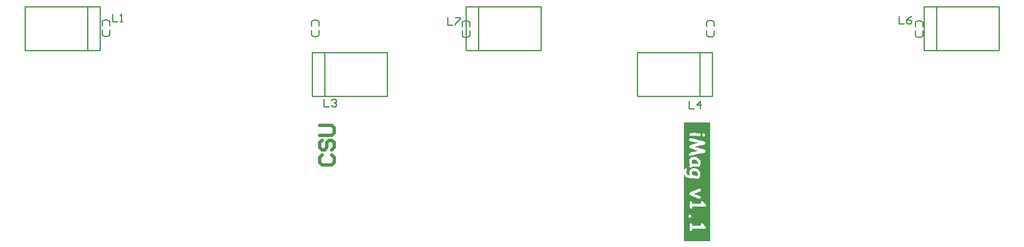
<source format=gto>
G04*
G04 #@! TF.GenerationSoftware,Altium Limited,Altium Designer,20.1.11 (218)*
G04*
G04 Layer_Color=65535*
%FSLAX25Y25*%
%MOIN*%
G70*
G04*
G04 #@! TF.SameCoordinates,67DEA893-D948-4B9D-9317-8289C47B3BC5*
G04*
G04*
G04 #@! TF.FilePolarity,Positive*
G04*
G01*
G75*
%ADD10C,0.01000*%
%ADD11C,0.02600*%
G36*
X158500Y-184000D02*
X137500D01*
Y-89000D01*
X158500D01*
Y-184000D01*
D02*
G37*
%LPC*%
G36*
X146532Y-97507D02*
X145592D01*
X145111Y-97529D01*
X144870D01*
X144695D01*
X144564D01*
X144542D01*
X144520D01*
X144149D01*
X143842Y-97551D01*
X143580D01*
X143383D01*
X143208D01*
X143099D01*
X143033D01*
X143011D01*
X142836Y-97573D01*
X142683Y-97595D01*
X142552Y-97639D01*
X142443Y-97704D01*
X142355Y-97770D01*
X142289Y-97814D01*
X142246Y-97835D01*
X142224Y-97857D01*
X142115Y-97989D01*
X142049Y-98120D01*
X141962Y-98404D01*
X141940Y-98514D01*
X141918Y-98601D01*
D01*
Y-98688D01*
X141940Y-98863D01*
X141962Y-99016D01*
X142005Y-99148D01*
X142071Y-99279D01*
X142136Y-99366D01*
X142180Y-99432D01*
X142202Y-99476D01*
X142224Y-99498D01*
X142355Y-99607D01*
X142486Y-99694D01*
X142618Y-99738D01*
X142727Y-99782D01*
X142836Y-99804D01*
X142924Y-99826D01*
X142989D01*
X143011D01*
X143208D01*
X143449D01*
X143930D01*
X144170Y-99804D01*
X144345D01*
X144476D01*
X144498D01*
X144520D01*
X144892D01*
X145198Y-99782D01*
X145461D01*
X145679D01*
X145833D01*
X145942D01*
X146007D01*
X146029D01*
X146314D01*
X146642Y-99804D01*
X146948D01*
X147232Y-99826D01*
X147473D01*
X147691Y-99848D01*
X147823D01*
X147845D01*
X147866D01*
X148260Y-99869D01*
X148632Y-99891D01*
X148938Y-99913D01*
X149222Y-99935D01*
X149441D01*
X149594D01*
X149682D01*
X149725D01*
X149900Y-99913D01*
X150053Y-99891D01*
X150185Y-99826D01*
X150294Y-99782D01*
X150381Y-99716D01*
X150469Y-99651D01*
X150491Y-99629D01*
X150513Y-99607D01*
X150622Y-99476D01*
X150709Y-99344D01*
X150753Y-99213D01*
X150797Y-99082D01*
X150819Y-98973D01*
X150841Y-98885D01*
Y-98798D01*
X150819Y-98623D01*
X150797Y-98448D01*
X150731Y-98317D01*
X150688Y-98185D01*
X150622Y-98098D01*
X150556Y-98032D01*
X150534Y-97989D01*
X150513Y-97967D01*
X150381Y-97857D01*
X150272Y-97792D01*
X150010Y-97704D01*
X149900Y-97682D01*
X149813Y-97660D01*
X149747D01*
X149725D01*
X149441D01*
X149113Y-97639D01*
X148807D01*
X148522Y-97617D01*
X148260Y-97595D01*
X148063D01*
X147910Y-97573D01*
X147888D01*
X147866D01*
X147473Y-97551D01*
X147123Y-97529D01*
X146795D01*
X146532Y-97507D01*
D02*
G37*
G36*
X154559D02*
Y-99060D01*
X154537Y-98863D01*
X154493Y-98688D01*
X154449Y-98535D01*
X154384Y-98404D01*
X154296Y-98295D01*
X154252Y-98207D01*
X154209Y-98163D01*
X154187Y-98142D01*
X154056Y-98010D01*
X153902Y-97923D01*
X153771Y-97857D01*
X153640Y-97814D01*
X153509Y-97792D01*
X153421Y-97770D01*
X153356D01*
X153334D01*
X153137Y-97792D01*
X152984Y-97835D01*
X152831Y-97879D01*
X152700Y-97967D01*
X152590Y-98032D01*
X152525Y-98076D01*
X152481Y-98120D01*
X152459Y-98142D01*
X152350Y-98295D01*
X152262Y-98448D01*
X152197Y-98601D01*
X152153Y-98754D01*
X152131Y-98863D01*
X152109Y-98973D01*
Y-99060D01*
X152131Y-99257D01*
X152175Y-99432D01*
X152218Y-99585D01*
X152284Y-99716D01*
X152350Y-99826D01*
X152415Y-99913D01*
X152437Y-99957D01*
X152459Y-99979D01*
X152590Y-100110D01*
X152743Y-100197D01*
X152896Y-100285D01*
X153028Y-100329D01*
X153159Y-100350D01*
X153246Y-100372D01*
X154559D01*
Y-97507D01*
D02*
G37*
G36*
X154865Y-101685D02*
X141480D01*
Y-115747D01*
D01*
Y-114522D01*
X141502Y-114697D01*
X141524Y-114850D01*
X141633Y-115113D01*
X141699Y-115222D01*
X141743Y-115288D01*
X141765Y-115331D01*
X141787Y-115353D01*
X141918Y-115485D01*
X142049Y-115572D01*
X142180Y-115659D01*
X142311Y-115703D01*
X142421Y-115725D01*
X142508Y-115747D01*
X141480D01*
X142661D01*
X142771Y-115725D01*
X142924Y-115681D01*
X143121Y-115638D01*
X143339Y-115572D01*
X143580Y-115506D01*
X144061Y-115375D01*
X144542Y-115244D01*
X144783Y-115178D01*
X144980Y-115113D01*
X145133Y-115069D01*
X145264Y-115025D01*
X145351Y-115003D01*
X145373D01*
X145854Y-114872D01*
X146357Y-114741D01*
X147385Y-114500D01*
X148391Y-114282D01*
X148872Y-114194D01*
X149332Y-114107D01*
X149769Y-114041D01*
X150163Y-113976D01*
X150513Y-113910D01*
X150819Y-113866D01*
X151059Y-113822D01*
X151256Y-113801D01*
X151366Y-113779D01*
X151409D01*
X151672Y-113735D01*
X151934Y-113713D01*
X152372Y-113647D01*
X152722Y-113582D01*
X153006Y-113516D01*
X153225Y-113472D01*
X153378Y-113429D01*
X153465Y-113407D01*
X153487D01*
X153727Y-113319D01*
X153946Y-113210D01*
X154121Y-113123D01*
X154274Y-112991D01*
X154427Y-112882D01*
X154537Y-112773D01*
X154690Y-112554D01*
X154799Y-112357D01*
X154843Y-112204D01*
X154865Y-112095D01*
Y-112051D01*
X154843Y-111876D01*
X154821Y-111723D01*
X154668Y-111439D01*
X154493Y-111198D01*
X154274Y-111001D01*
X154034Y-110870D01*
X153859Y-110761D01*
X153706Y-110695D01*
X153684Y-110673D01*
X153662D01*
X151759Y-110192D01*
X150688Y-109886D01*
X150163Y-109733D01*
X149682Y-109580D01*
X149200Y-109427D01*
X148763Y-109274D01*
X148347Y-109142D01*
X147954Y-109011D01*
X147604Y-108902D01*
X147298Y-108792D01*
X147013Y-108683D01*
X146795Y-108596D01*
X146598Y-108530D01*
X146467Y-108486D01*
X146379Y-108464D01*
X146357Y-108442D01*
X147276Y-108202D01*
X148129Y-107983D01*
X148544Y-107874D01*
X148938Y-107786D01*
X149288Y-107721D01*
X149616Y-107655D01*
X149922Y-107589D01*
X150206Y-107524D01*
X150447Y-107480D01*
X150644Y-107436D01*
X150797Y-107414D01*
X150928Y-107393D01*
X150994Y-107371D01*
X151016D01*
X151409Y-107305D01*
X151781Y-107240D01*
X152109Y-107174D01*
X152415Y-107108D01*
X152700Y-107043D01*
X152940Y-106977D01*
X153137Y-106933D01*
X153334Y-106890D01*
X153487Y-106846D01*
X153618Y-106802D01*
X153727Y-106758D01*
X153815Y-106737D01*
X153924Y-106693D01*
X153968Y-106671D01*
X154230Y-106518D01*
X154405Y-106343D01*
X154537Y-106146D01*
X154646Y-105971D01*
X154690Y-105818D01*
X154712Y-105687D01*
X154734Y-105599D01*
Y-105556D01*
X154712Y-105315D01*
X154646Y-105096D01*
X154537Y-104900D01*
X154449Y-104746D01*
X154340Y-104615D01*
X154230Y-104528D01*
X154165Y-104462D01*
X154143Y-104440D01*
X154012Y-104353D01*
X153881Y-104287D01*
X153531Y-104134D01*
X153137Y-104003D01*
X152743Y-103893D01*
X152393Y-103784D01*
X152218Y-103762D01*
X152087Y-103718D01*
X151978Y-103697D01*
X151891Y-103675D01*
X151825Y-103653D01*
X151803D01*
X151322Y-103565D01*
X150863Y-103456D01*
X150447Y-103369D01*
X150053Y-103303D01*
X149725Y-103237D01*
X149572Y-103216D01*
X149463Y-103194D01*
X149375Y-103172D01*
X149310D01*
X149266Y-103150D01*
X149244D01*
X149157Y-103128D01*
X149025Y-103084D01*
X148829Y-103041D01*
X148610Y-102975D01*
X148369Y-102909D01*
X148107Y-102844D01*
X147538Y-102669D01*
X146992Y-102516D01*
X146729Y-102450D01*
X146510Y-102384D01*
X146314Y-102341D01*
X146182Y-102297D01*
X146095Y-102253D01*
X146051D01*
X145351Y-102056D01*
X144717Y-101925D01*
X144170Y-101816D01*
X143908Y-101794D01*
X143689Y-101750D01*
X143492Y-101728D01*
X143296Y-101707D01*
X143142D01*
X143011Y-101685D01*
X154865D01*
D02*
G37*
G36*
X150797Y-116513D02*
Y-121499D01*
X150775Y-121127D01*
X150731Y-120755D01*
X150666Y-120405D01*
X150578Y-120077D01*
X150338Y-119487D01*
X150228Y-119224D01*
X150097Y-118962D01*
X149944Y-118743D01*
X149835Y-118546D01*
X149704Y-118371D01*
X149594Y-118240D01*
X149507Y-118131D01*
X149441Y-118043D01*
X149397Y-118000D01*
X149375Y-117978D01*
X149113Y-117715D01*
X148829Y-117497D01*
X148522Y-117300D01*
X148238Y-117125D01*
X147954Y-116994D01*
X147670Y-116862D01*
X147123Y-116687D01*
X146882Y-116644D01*
X146663Y-116600D01*
X146445Y-116556D01*
X146270Y-116534D01*
X146139Y-116513D01*
X145942D01*
X145548Y-116534D01*
X145198Y-116556D01*
X144870Y-116600D01*
X144542Y-116666D01*
X144258Y-116731D01*
X143995Y-116819D01*
X143755Y-116906D01*
X143558Y-117016D01*
X143361Y-117103D01*
X143208Y-117190D01*
X143055Y-117278D01*
X142946Y-117343D01*
X142858Y-117409D01*
X142792Y-117453D01*
X142771Y-117497D01*
X142749D01*
X142574Y-117693D01*
X142399Y-117912D01*
X142136Y-118393D01*
X141962Y-118896D01*
X141830Y-119377D01*
X141765Y-119815D01*
X141721Y-120012D01*
Y-120165D01*
X141699Y-120296D01*
Y-120493D01*
X141721Y-120821D01*
X141808Y-121149D01*
X141830Y-121280D01*
X141874Y-121389D01*
X141896Y-121455D01*
Y-121477D01*
X142071Y-121936D01*
X142158Y-122155D01*
X142224Y-122374D01*
X142311Y-122549D01*
X142377Y-122680D01*
X142399Y-122789D01*
X142421Y-122811D01*
X142180Y-123095D01*
X142005Y-123358D01*
X141874Y-123555D01*
X141787Y-123730D01*
X141743Y-123861D01*
X141721Y-123970D01*
X141699Y-124014D01*
Y-124036D01*
X141721Y-124189D01*
X141743Y-124342D01*
X141852Y-124583D01*
X141896Y-124670D01*
X141940Y-124736D01*
X141962Y-124779D01*
X141983Y-124801D01*
X142093Y-124910D01*
X142224Y-124998D01*
X142333Y-125064D01*
X142443Y-125107D01*
X142552Y-125129D01*
X142640Y-125151D01*
X141699D01*
X150797D01*
Y-116513D01*
D02*
G37*
G36*
X150644Y-125632D02*
Y-130859D01*
X150622Y-130422D01*
X150578Y-130006D01*
X150513Y-129613D01*
X150425Y-129241D01*
X150316Y-128891D01*
X150185Y-128585D01*
X150053Y-128279D01*
X149922Y-128016D01*
X149791Y-127797D01*
X149660Y-127579D01*
X149529Y-127404D01*
X149419Y-127272D01*
X149332Y-127163D01*
X149266Y-127076D01*
X149222Y-127032D01*
X149200Y-127010D01*
X148938Y-126769D01*
X148632Y-126573D01*
X148347Y-126376D01*
X148041Y-126223D01*
X147735Y-126092D01*
X147429Y-125982D01*
X146860Y-125829D01*
X146576Y-125763D01*
X146335Y-125720D01*
X146117Y-125698D01*
X145920Y-125676D01*
X145767Y-125654D01*
X145658D01*
X145570D01*
X145548D01*
X145242Y-125676D01*
X144958Y-125698D01*
X144411Y-125807D01*
X143952Y-125982D01*
X143558Y-126157D01*
X143252Y-126332D01*
X143121Y-126420D01*
X143011Y-126507D01*
X142924Y-126573D01*
X142858Y-126616D01*
X142836Y-126660D01*
X142814D01*
X142618Y-126857D01*
X142464Y-127076D01*
X142311Y-127294D01*
X142202Y-127513D01*
X142005Y-127951D01*
X141874Y-128388D01*
X141808Y-128760D01*
X141787Y-128913D01*
X141765Y-129066D01*
X141743Y-129175D01*
Y-129328D01*
X141787Y-129788D01*
X141808Y-129984D01*
X141852Y-130138D01*
X141896Y-130291D01*
X141918Y-130400D01*
X141962Y-130465D01*
Y-130487D01*
X142049Y-130684D01*
X142136Y-130859D01*
X142246Y-131034D01*
X142355Y-131165D01*
X142443Y-131275D01*
X142530Y-131384D01*
X142574Y-131428D01*
X142596Y-131450D01*
X142049Y-131384D01*
X141568Y-131297D01*
X141152Y-131187D01*
X140846Y-131078D01*
X140584Y-130968D01*
X140409Y-130859D01*
X140321Y-130794D01*
X140278Y-130772D01*
X140015Y-130531D01*
X139840Y-130247D01*
X139709Y-129941D01*
X139600Y-129656D01*
X139556Y-129372D01*
X139534Y-129153D01*
X139512Y-129066D01*
Y-128956D01*
X139534Y-128541D01*
X139556Y-128344D01*
X139600Y-128147D01*
X139621Y-127972D01*
X139643Y-127841D01*
X139665Y-127754D01*
Y-127732D01*
X139709Y-127491D01*
X139753Y-127272D01*
X139775Y-127076D01*
Y-126944D01*
X139796Y-126813D01*
Y-126507D01*
X139753Y-126354D01*
X139665Y-126113D01*
X139621Y-126026D01*
X139578Y-125960D01*
X139556Y-125938D01*
X139534Y-125917D01*
X139425Y-125829D01*
X139293Y-125763D01*
X139053Y-125676D01*
X138943Y-125654D01*
X138878Y-125632D01*
X138790D01*
X138572Y-125676D01*
X138375Y-125763D01*
X138200Y-125938D01*
X138047Y-126135D01*
X137916Y-126376D01*
X137806Y-126638D01*
X137653Y-127229D01*
X137566Y-127819D01*
X137544Y-128082D01*
X137522Y-128322D01*
X137500Y-128541D01*
Y-128388D01*
Y-130203D01*
Y-128825D01*
X137522Y-129328D01*
X137566Y-129788D01*
X137653Y-130203D01*
X137762Y-130597D01*
X137872Y-130947D01*
X138003Y-131253D01*
X138156Y-131537D01*
X138309Y-131778D01*
X138462Y-131996D01*
X138615Y-132193D01*
X138747Y-132346D01*
X138856Y-132456D01*
X138965Y-132565D01*
X139053Y-132631D01*
X139096Y-132652D01*
X139118Y-132674D01*
X139359Y-132827D01*
X139643Y-132937D01*
X140234Y-133156D01*
X140890Y-133309D01*
X141524Y-133418D01*
X141808Y-133462D01*
X142093Y-133505D01*
X142333Y-133527D01*
X142552Y-133549D01*
X142727D01*
X142880Y-133571D01*
X142967D01*
X142989D01*
X143799Y-133615D01*
X144542Y-133659D01*
X145242Y-133724D01*
X145570Y-133768D01*
X145854Y-133812D01*
X146139Y-133834D01*
X146379Y-133877D01*
X146576Y-133899D01*
X146773Y-133921D01*
X146904Y-133965D01*
X147013D01*
X147079Y-133987D01*
X147101D01*
X147451Y-134052D01*
X147757Y-134096D01*
X148020Y-134118D01*
X148238Y-134140D01*
X148391Y-134162D01*
X137500D01*
X150644D01*
Y-125632D01*
D02*
G37*
G36*
X150906Y-142013D02*
Y-143194D01*
X150884Y-143019D01*
X150863Y-142866D01*
X150753Y-142603D01*
X150688Y-142516D01*
X150622Y-142428D01*
X150600Y-142385D01*
X150578Y-142363D01*
X150469Y-142253D01*
X150338Y-142166D01*
X150206Y-142100D01*
X150097Y-142057D01*
X149988Y-142035D01*
X149900Y-142013D01*
X150906D01*
X141830D01*
X149835D01*
X149660Y-142035D01*
X149507Y-142057D01*
X149397Y-142078D01*
X149375Y-142100D01*
X149354D01*
X148544Y-142428D01*
X147801Y-142756D01*
X147101Y-143041D01*
X146445Y-143325D01*
X145833Y-143566D01*
X145286Y-143784D01*
X144805Y-144003D01*
X144345Y-144178D01*
X143974Y-144331D01*
X143624Y-144484D01*
X143339Y-144594D01*
X143099Y-144681D01*
X142924Y-144769D01*
X142792Y-144812D01*
X142705Y-144856D01*
X142683D01*
X142399Y-145009D01*
X142180Y-145184D01*
X142049Y-145359D01*
X141940Y-145556D01*
X141874Y-145731D01*
X141852Y-145884D01*
X141830Y-145971D01*
Y-146015D01*
X141852Y-146168D01*
X141874Y-146321D01*
X141962Y-146562D01*
X142005Y-146649D01*
X142049Y-146715D01*
X142093Y-146737D01*
Y-146759D01*
X142202Y-146868D01*
X142311Y-146934D01*
X142530Y-147043D01*
X142618Y-147087D01*
X142705Y-147109D01*
X142749D01*
X142771D01*
X143033Y-147240D01*
X143296Y-147371D01*
X143886Y-147634D01*
X144520Y-147918D01*
X145111Y-148202D01*
X145395Y-148333D01*
X145658Y-148443D01*
X145876Y-148552D01*
X146095Y-148640D01*
X146248Y-148705D01*
X146379Y-148771D01*
X146467Y-148793D01*
X146489Y-148814D01*
X147013Y-149055D01*
X147495Y-149252D01*
X147888Y-149449D01*
X148260Y-149602D01*
X148566Y-149733D01*
X148829Y-149842D01*
X149069Y-149930D01*
X149244Y-149995D01*
X149397Y-150061D01*
X149507Y-150105D01*
X149616Y-150127D01*
X149682Y-150148D01*
X149747Y-150170D01*
X141830D01*
X149769D01*
X149944Y-150148D01*
X150075Y-150105D01*
X150316Y-149995D01*
X150403Y-149908D01*
X150491Y-149864D01*
X150513Y-149820D01*
X150534Y-149799D01*
X150644Y-149667D01*
X150709Y-149514D01*
X150797Y-149252D01*
X150819Y-149143D01*
X150841Y-149055D01*
Y-148968D01*
X150819Y-148727D01*
X150731Y-148530D01*
X150622Y-148355D01*
X150513Y-148202D01*
X150381Y-148093D01*
X150272Y-148027D01*
X150185Y-147983D01*
X150163Y-147961D01*
X149769Y-147787D01*
X149397Y-147634D01*
X149113Y-147502D01*
X148851Y-147415D01*
X148654Y-147327D01*
X148501Y-147283D01*
X148413Y-147262D01*
X148391Y-147240D01*
X148041Y-147109D01*
X147713Y-146977D01*
X147429Y-146846D01*
X147145Y-146737D01*
X146882Y-146627D01*
X146663Y-146518D01*
X146445Y-146431D01*
X146248Y-146343D01*
X146095Y-146277D01*
X145942Y-146212D01*
X145833Y-146168D01*
X145723Y-146124D01*
X145658Y-146081D01*
X145592Y-146059D01*
X145570Y-146037D01*
X145548D01*
X146204Y-145796D01*
X146817Y-145578D01*
X147363Y-145359D01*
X147845Y-145184D01*
X148282Y-145009D01*
X148654Y-144878D01*
X149004Y-144747D01*
X149288Y-144615D01*
X149529Y-144528D01*
X149747Y-144440D01*
X149900Y-144375D01*
X150031Y-144309D01*
X150141Y-144265D01*
X150206Y-144244D01*
X150228Y-144222D01*
X150250D01*
X150469Y-144090D01*
X150622Y-143916D01*
X150753Y-143763D01*
X150819Y-143588D01*
X150863Y-143434D01*
X150906Y-143303D01*
Y-149252D01*
Y-142013D01*
D02*
G37*
G36*
X155062Y-152029D02*
D01*
Y-155725D01*
X155040Y-155507D01*
X154996Y-155288D01*
X154909Y-155091D01*
X154843Y-154894D01*
X154755Y-154741D01*
X154668Y-154632D01*
X154624Y-154544D01*
X154602Y-154523D01*
X153793Y-153516D01*
X153115Y-152598D01*
X152940Y-152423D01*
X152765Y-152292D01*
X152612Y-152182D01*
X152459Y-152117D01*
X152350Y-152073D01*
X152262Y-152051D01*
X152197D01*
X152175D01*
X152022Y-152073D01*
X151869Y-152095D01*
X151628Y-152226D01*
X151541Y-152270D01*
X151475Y-152336D01*
X151431Y-152357D01*
X151409Y-152379D01*
X151300Y-152510D01*
X151213Y-152664D01*
X151169Y-152795D01*
X151125Y-152926D01*
X151103Y-153035D01*
X151081Y-153123D01*
Y-153188D01*
X151103Y-153298D01*
X151147Y-153429D01*
X151234Y-153582D01*
X151322Y-153735D01*
X151409Y-153888D01*
X151497Y-154019D01*
X151541Y-154107D01*
X151562Y-154129D01*
X144236D01*
Y-153757D01*
X144214Y-153451D01*
X144192Y-153188D01*
X144127Y-152948D01*
X144061Y-152751D01*
X143974Y-152598D01*
X143886Y-152445D01*
X143777Y-152336D01*
X143689Y-152248D01*
X143471Y-152117D01*
X143296Y-152051D01*
X143164Y-152029D01*
X143121D01*
X142946Y-152051D01*
X142814Y-152095D01*
X142683Y-152182D01*
X142574Y-152270D01*
X142399Y-152510D01*
X142289Y-152817D01*
X142202Y-153101D01*
X142180Y-153341D01*
X142158Y-153429D01*
Y-156863D01*
X142180Y-157038D01*
X142202Y-157191D01*
X142246Y-157322D01*
X142311Y-157453D01*
X142355Y-157541D01*
X142399Y-157606D01*
X142421Y-157650D01*
X142443Y-157672D01*
X142574Y-157781D01*
X142683Y-157869D01*
X142814Y-157912D01*
X142946Y-157956D01*
X143055Y-157978D01*
X143142Y-158000D01*
X143208D01*
X143383Y-157978D01*
X143514Y-157956D01*
X143755Y-157847D01*
X143842Y-157781D01*
X143930Y-157715D01*
X143952Y-157694D01*
X143974Y-157672D01*
X144083Y-157541D01*
X144149Y-157409D01*
X144236Y-157147D01*
X144258Y-157038D01*
X144280Y-156950D01*
Y-156316D01*
X146270D01*
X146882D01*
X147451D01*
X147976D01*
X148479Y-156338D01*
X148938D01*
X149354D01*
X149725D01*
X150075Y-156360D01*
X150381D01*
X150644D01*
X150863D01*
X151059Y-156381D01*
X151191D01*
X151300D01*
X151366D01*
X151387D01*
X152022Y-156403D01*
X152568Y-156425D01*
X153050Y-156447D01*
X153443Y-156469D01*
X153749D01*
X153881D01*
X153990D01*
X154056D01*
X154121D01*
X154165D01*
X154471Y-156447D01*
X154690Y-156360D01*
X154843Y-156228D01*
X154952Y-156097D01*
X155018Y-155966D01*
X155040Y-155835D01*
X155062Y-155747D01*
Y-158000D01*
D01*
Y-152029D01*
D02*
G37*
G36*
X143558Y-162680D02*
X142399D01*
X142246Y-162702D01*
X142115Y-162746D01*
X141874Y-162877D01*
X141787Y-162943D01*
X141721Y-163008D01*
X141677Y-163052D01*
X141655Y-163074D01*
X141546Y-163227D01*
X141458Y-163402D01*
X141393Y-163555D01*
X141349Y-163708D01*
X141327Y-163839D01*
X141305Y-163949D01*
Y-162680D01*
D01*
Y-165392D01*
Y-164036D01*
X141327Y-164233D01*
X141371Y-164408D01*
X141415Y-164583D01*
X141480Y-164714D01*
X141546Y-164823D01*
X141612Y-164911D01*
X141633Y-164954D01*
X141655Y-164976D01*
X141787Y-165108D01*
X141918Y-165217D01*
X142027Y-165283D01*
X142158Y-165348D01*
X142246Y-165370D01*
X142333Y-165392D01*
X141305D01*
X143558D01*
X142399D01*
X142574Y-165370D01*
X142727Y-165326D01*
X142858Y-165261D01*
X142989Y-165195D01*
X143077Y-165129D01*
X143142Y-165064D01*
X143186Y-165020D01*
X143208Y-164998D01*
X143317Y-164845D01*
X143405Y-164692D01*
X143471Y-164539D01*
X143514Y-164386D01*
X143536Y-164233D01*
X143558Y-164145D01*
Y-164036D01*
X143536Y-163839D01*
X143492Y-163664D01*
X143449Y-163489D01*
X143383Y-163358D01*
X143296Y-163227D01*
X143252Y-163139D01*
X143208Y-163096D01*
X143186Y-163074D01*
X143055Y-162943D01*
X142924Y-162855D01*
X142792Y-162768D01*
X142661Y-162724D01*
X142552Y-162702D01*
X142464Y-162680D01*
X143558D01*
D02*
G37*
G36*
X143164Y-169722D02*
X143121D01*
X142946Y-169744D01*
X142814Y-169788D01*
X142683Y-169875D01*
X142574Y-169963D01*
X142399Y-170203D01*
X142289Y-170510D01*
X142202Y-170794D01*
X142180Y-171034D01*
X142158Y-171122D01*
Y-169722D01*
Y-175693D01*
Y-174555D01*
X142180Y-174730D01*
X142202Y-174883D01*
X142246Y-175015D01*
X142311Y-175146D01*
X142355Y-175233D01*
X142399Y-175299D01*
X142421Y-175343D01*
X142443Y-175365D01*
X142574Y-175474D01*
X142683Y-175561D01*
X142814Y-175605D01*
X142946Y-175649D01*
X143055Y-175671D01*
X143142Y-175693D01*
X143208D01*
X143383Y-175671D01*
X143514Y-175649D01*
X143755Y-175540D01*
X143842Y-175474D01*
X143930Y-175408D01*
X143952Y-175387D01*
X143974Y-175365D01*
X144083Y-175233D01*
X144149Y-175102D01*
X144236Y-174840D01*
X144258Y-174730D01*
X144280Y-174643D01*
Y-174009D01*
X146270D01*
X146882D01*
X147451D01*
X147976D01*
X148479Y-174031D01*
X148938D01*
X149354D01*
X149725D01*
X150075Y-174052D01*
X150381D01*
X150644D01*
X150863D01*
X151059Y-174074D01*
X151191D01*
X151300D01*
X151366D01*
X151387D01*
X152022Y-174096D01*
X152568Y-174118D01*
X153050Y-174140D01*
X153443Y-174162D01*
X153749D01*
X153881D01*
X153990D01*
X154056D01*
X154121D01*
X154165D01*
X154471Y-174140D01*
X154690Y-174052D01*
X154843Y-173921D01*
X154952Y-173790D01*
X155018Y-173659D01*
X155040Y-173528D01*
X155062Y-173440D01*
Y-173418D01*
X155040Y-173199D01*
X154996Y-172981D01*
X154909Y-172784D01*
X154843Y-172587D01*
X154755Y-172434D01*
X154668Y-172325D01*
X154624Y-172237D01*
X154602Y-172215D01*
X153793Y-171209D01*
X153115Y-170291D01*
X152940Y-170116D01*
X152765Y-169985D01*
X152612Y-169875D01*
X152459Y-169810D01*
X152350Y-169766D01*
X152262Y-169744D01*
X152197D01*
X152175D01*
X152022Y-169766D01*
X151869Y-169788D01*
X151628Y-169919D01*
X151541Y-169963D01*
X151475Y-170028D01*
X151431Y-170050D01*
X151409Y-170072D01*
X151300Y-170203D01*
X151213Y-170356D01*
X151169Y-170488D01*
X151125Y-170619D01*
X151103Y-170728D01*
X151081Y-170816D01*
Y-170881D01*
X151103Y-170991D01*
X151147Y-171122D01*
X151234Y-171275D01*
X151322Y-171428D01*
X151409Y-171581D01*
X151497Y-171712D01*
X151541Y-171800D01*
X151562Y-171822D01*
X144236D01*
Y-171450D01*
X144214Y-171144D01*
X144192Y-170881D01*
X144127Y-170641D01*
X144061Y-170444D01*
X143974Y-170291D01*
X143886Y-170138D01*
X143777Y-170028D01*
X143689Y-169941D01*
X143471Y-169810D01*
X143296Y-169744D01*
X143164Y-169722D01*
D02*
G37*
%LPD*%
G36*
X154559Y-100372D02*
X153334D01*
X153509Y-100350D01*
X153684Y-100307D01*
X153815Y-100241D01*
X153946Y-100176D01*
X154056Y-100110D01*
X154121Y-100044D01*
X154165Y-100001D01*
X154187Y-99979D01*
X154318Y-99826D01*
X154405Y-99673D01*
X154471Y-99519D01*
X154515Y-99366D01*
X154537Y-99257D01*
X154559Y-99148D01*
Y-100372D01*
D02*
G37*
G36*
X142596Y-101707D02*
X142464Y-101728D01*
X142224Y-101816D01*
X142136Y-101860D01*
X142071Y-101903D01*
X142027Y-101947D01*
X142005D01*
X141874Y-102078D01*
X141787Y-102231D01*
X141699Y-102384D01*
X141655Y-102516D01*
X141633Y-102647D01*
X141612Y-102756D01*
Y-102844D01*
X141633Y-103019D01*
X141655Y-103172D01*
X141787Y-103434D01*
X141983Y-103653D01*
X142202Y-103828D01*
X142399Y-103959D01*
X142596Y-104047D01*
X142727Y-104090D01*
X142749Y-104112D01*
X142771D01*
X143121Y-104156D01*
X143449Y-104221D01*
X143777Y-104265D01*
X144061Y-104309D01*
X144280Y-104353D01*
X144476Y-104375D01*
X144586Y-104396D01*
X144630D01*
X145133Y-104528D01*
X145592Y-104637D01*
X146007Y-104746D01*
X146401Y-104856D01*
X146773Y-104943D01*
X147101Y-105031D01*
X147407Y-105096D01*
X147691Y-105184D01*
X147910Y-105249D01*
X148129Y-105293D01*
X148304Y-105337D01*
X148435Y-105381D01*
X148544Y-105403D01*
X148632Y-105424D01*
X148676Y-105446D01*
X148697D01*
X147845Y-105643D01*
X147013Y-105840D01*
X146248Y-106037D01*
X145920Y-106146D01*
X145592Y-106234D01*
X145286Y-106299D01*
X145023Y-106387D01*
X144805Y-106452D01*
X144608Y-106496D01*
X144455Y-106540D01*
X144323Y-106583D01*
X144258Y-106605D01*
X144236D01*
X142705Y-107087D01*
X142399Y-107261D01*
X142180Y-107436D01*
X142005Y-107633D01*
X141896Y-107830D01*
X141830Y-108005D01*
X141808Y-108136D01*
X141787Y-108224D01*
Y-108267D01*
X141830Y-108552D01*
X141918Y-108792D01*
X142027Y-109011D01*
X142180Y-109186D01*
X142311Y-109317D01*
X142443Y-109405D01*
X142530Y-109470D01*
X142552Y-109492D01*
X142771Y-109623D01*
X143011Y-109733D01*
X143274Y-109842D01*
X143492Y-109930D01*
X143711Y-110017D01*
X143864Y-110083D01*
X143974Y-110105D01*
X144017Y-110126D01*
X145548Y-110608D01*
X145986Y-110761D01*
X146379Y-110914D01*
X146751Y-111045D01*
X147101Y-111176D01*
X147407Y-111285D01*
X147691Y-111395D01*
X147954Y-111482D01*
X148173Y-111570D01*
X148391Y-111635D01*
X148544Y-111701D01*
X148697Y-111745D01*
X148829Y-111788D01*
X148916Y-111810D01*
X148982Y-111832D01*
X149004Y-111854D01*
X149025D01*
X148522Y-111942D01*
X148041Y-112029D01*
X147604Y-112095D01*
X147188Y-112182D01*
X146817Y-112248D01*
X146467Y-112335D01*
X146139Y-112401D01*
X145854Y-112445D01*
X145592Y-112510D01*
X145373Y-112554D01*
X145198Y-112598D01*
X145045Y-112642D01*
X144914Y-112663D01*
X144826Y-112685D01*
X144783Y-112707D01*
X144761D01*
X142749Y-113188D01*
X142530Y-113276D01*
X142333Y-113363D01*
X142158Y-113472D01*
X142027Y-113582D01*
X141896Y-113691D01*
X141787Y-113801D01*
X141633Y-114019D01*
X141546Y-114216D01*
X141502Y-114369D01*
X141480Y-114479D01*
Y-101685D01*
X142771D01*
X142596Y-101707D01*
D02*
G37*
G36*
X146314Y-118852D02*
X146707Y-118940D01*
X147057Y-119071D01*
X147342Y-119224D01*
X147604Y-119377D01*
X147779Y-119509D01*
X147888Y-119596D01*
X147932Y-119640D01*
X148238Y-119968D01*
X148457Y-120318D01*
X148610Y-120646D01*
X148719Y-120952D01*
X148785Y-121214D01*
X148807Y-121411D01*
X148829Y-121499D01*
Y-121608D01*
X148807Y-121761D01*
X148785Y-121805D01*
Y-121827D01*
X148741Y-121936D01*
X148697Y-122024D01*
X148676Y-122111D01*
X148654Y-122133D01*
X148369Y-122089D01*
X148107Y-122046D01*
X148020D01*
X147954Y-122024D01*
X147910D01*
X147888D01*
X147648Y-122002D01*
X147451D01*
X147320D01*
X147298D01*
X147276D01*
X147079D01*
X146882Y-122024D01*
X146401Y-122046D01*
X145920Y-122089D01*
X145439Y-122133D01*
X145001Y-122177D01*
X144805D01*
X144651Y-122199D01*
X144520Y-122221D01*
X144411Y-122242D01*
X144345D01*
X144323D01*
X144105Y-121936D01*
X143952Y-121652D01*
X143886Y-121543D01*
X143864Y-121455D01*
X143820Y-121389D01*
Y-121368D01*
X143733Y-121018D01*
X143689Y-120712D01*
X143667Y-120580D01*
Y-120383D01*
X143689Y-120099D01*
X143755Y-119859D01*
X143842Y-119662D01*
X143952Y-119509D01*
X144039Y-119377D01*
X144127Y-119268D01*
X144192Y-119224D01*
X144214Y-119202D01*
X144455Y-119071D01*
X144717Y-118984D01*
X145001Y-118896D01*
X145264Y-118852D01*
X145526Y-118831D01*
X145723Y-118809D01*
X145854D01*
X145876D01*
X145898D01*
X146314Y-118852D01*
D02*
G37*
G36*
X150797Y-125151D02*
X142705D01*
X142771Y-125129D01*
X142858Y-125107D01*
X142989Y-125042D01*
X143142Y-124998D01*
X143274Y-124932D01*
X143383Y-124867D01*
X143471Y-124845D01*
X143492Y-124823D01*
X143755Y-124714D01*
X143952Y-124626D01*
X144105Y-124561D01*
X144214Y-124517D01*
X144280Y-124473D01*
X144323Y-124451D01*
X144345D01*
X144651Y-124386D01*
X145001Y-124320D01*
X145373Y-124276D01*
X145745Y-124254D01*
X146073D01*
X146226Y-124233D01*
X146335D01*
X146445D01*
X146532D01*
X146576D01*
X146598D01*
X146838D01*
X147057D01*
X147254Y-124254D01*
X147429D01*
X147560D01*
X147670Y-124276D01*
X147735D01*
X147757D01*
X148107Y-124320D01*
X148238D01*
X148369Y-124342D01*
X148457Y-124364D01*
X148522Y-124386D01*
X148566D01*
X148588D01*
X148763Y-124495D01*
X148938Y-124561D01*
X149069Y-124583D01*
X149091D01*
X149113D01*
X149244Y-124561D01*
X149375Y-124539D01*
X149485Y-124473D01*
X149594Y-124386D01*
X149813Y-124189D01*
X149988Y-123948D01*
X150141Y-123708D01*
X150250Y-123511D01*
X150294Y-123423D01*
X150316Y-123380D01*
X150338Y-123336D01*
Y-123314D01*
X150491Y-122942D01*
X150600Y-122592D01*
X150688Y-122286D01*
X150731Y-122024D01*
X150775Y-121805D01*
X150797Y-121630D01*
Y-125151D01*
D02*
G37*
G36*
X146139Y-127951D02*
X146554Y-128038D01*
X146926Y-128147D01*
X147232Y-128279D01*
X147495Y-128388D01*
X147670Y-128497D01*
X147779Y-128585D01*
X147823Y-128607D01*
X147998Y-128760D01*
X148129Y-128935D01*
X148369Y-129285D01*
X148544Y-129634D01*
X148654Y-129984D01*
X148719Y-130291D01*
X148741Y-130553D01*
X148763Y-130640D01*
Y-130772D01*
X148741Y-130968D01*
X148719Y-131143D01*
X148697Y-131253D01*
X148676Y-131275D01*
Y-131297D01*
X148588Y-131515D01*
X148522Y-131690D01*
X148435Y-131822D01*
X148413Y-131843D01*
Y-131865D01*
X147823Y-131778D01*
X147320Y-131712D01*
X146882Y-131647D01*
X146554Y-131603D01*
X146270Y-131559D01*
X146095Y-131515D01*
X145986Y-131493D01*
X145942D01*
X145679Y-131428D01*
X145417Y-131340D01*
X145155Y-131231D01*
X144936Y-131100D01*
X144761Y-130968D01*
X144608Y-130859D01*
X144520Y-130772D01*
X144476Y-130750D01*
X144214Y-130487D01*
X144017Y-130247D01*
X143886Y-130028D01*
X143799Y-129809D01*
X143733Y-129634D01*
X143711Y-129503D01*
X143689Y-129416D01*
Y-129394D01*
X143711Y-129131D01*
X143755Y-128913D01*
X143842Y-128716D01*
X143930Y-128563D01*
X144017Y-128432D01*
X144105Y-128344D01*
X144149Y-128300D01*
X144170Y-128279D01*
X144389Y-128169D01*
X144608Y-128082D01*
X144870Y-128016D01*
X145111Y-127972D01*
X145329Y-127951D01*
X145504Y-127929D01*
X145614D01*
X145658D01*
X146139Y-127951D01*
D02*
G37*
G36*
X150644Y-134162D02*
X148632D01*
X148829Y-134140D01*
X149004Y-134118D01*
X149288Y-134009D01*
X149507Y-133834D01*
X149660Y-133637D01*
X149769Y-133440D01*
X149813Y-133287D01*
X149856Y-133156D01*
Y-133112D01*
X150119Y-132827D01*
X150294Y-132521D01*
X150360Y-132390D01*
X150403Y-132281D01*
X150447Y-132215D01*
Y-132193D01*
X150556Y-131756D01*
X150600Y-131515D01*
X150622Y-131318D01*
X150644Y-131122D01*
Y-134162D01*
D02*
G37*
D10*
X-160519Y-19148D02*
X-159639Y-19733D01*
X-158649Y-20101D01*
X-157600Y-20233D01*
X-156550Y-20120D01*
X-155553Y-19770D01*
X-154663Y-19200D01*
X-154607Y-8052D02*
X-155487Y-7467D01*
X-156477Y-7099D01*
X-157526Y-6967D01*
X-158576Y-7080D01*
X-159573Y-7430D01*
X-160463Y-8000D01*
X-322044Y-7852D02*
X-322924Y-7267D01*
X-323914Y-6899D01*
X-324963Y-6767D01*
X-326013Y-6880D01*
X-327010Y-7230D01*
X-327900Y-7800D01*
X-327956Y-18948D02*
X-327076Y-19533D01*
X-326086Y-19901D01*
X-325037Y-20033D01*
X-323987Y-19920D01*
X-322990Y-19570D01*
X-322100Y-19000D01*
X-39956Y-19648D02*
X-39076Y-20233D01*
X-38086Y-20601D01*
X-37037Y-20733D01*
X-35987Y-20620D01*
X-34990Y-20270D01*
X-34100Y-19700D01*
X-34044Y-8552D02*
X-34924Y-7967D01*
X-35914Y-7599D01*
X-36963Y-7467D01*
X-38013Y-7580D01*
X-39010Y-7930D01*
X-39900Y-8500D01*
X322544Y-19648D02*
X323424Y-20233D01*
X324414Y-20601D01*
X325463Y-20733D01*
X326513Y-20620D01*
X327510Y-20270D01*
X328400Y-19700D01*
X328456Y-8552D02*
X327576Y-7967D01*
X326586Y-7599D01*
X325537Y-7467D01*
X324487Y-7580D01*
X323490Y-7930D01*
X322600Y-8500D01*
X161519Y-8352D02*
X160639Y-7767D01*
X159649Y-7399D01*
X158600Y-7267D01*
X157550Y-7380D01*
X156553Y-7730D01*
X155663Y-8300D01*
X155607Y-19448D02*
X156487Y-20033D01*
X157477Y-20401D01*
X158526Y-20533D01*
X159576Y-20420D01*
X160573Y-20070D01*
X161463Y-19500D01*
X-27000Y-31280D02*
Y3720D01*
X23000Y-31280D02*
Y3720D01*
X-37000D02*
X23000D01*
X-37000Y-31280D02*
X23000D01*
X-37000D02*
Y3720D01*
X-160563Y-11800D02*
Y-8100D01*
X-154563Y-11800D02*
Y-8100D01*
Y-19100D02*
Y-15300D01*
X-160563Y-19000D02*
Y-15300D01*
X339500Y-31280D02*
Y3720D01*
X389500Y-31280D02*
Y3720D01*
X329500D02*
X389500D01*
X329500Y-31280D02*
X389500D01*
X329500D02*
Y3720D01*
X150000Y-68000D02*
Y-33000D01*
X100000Y-68000D02*
Y-33000D01*
Y-68000D02*
X160000D01*
X100000Y-33000D02*
X160000D01*
Y-68000D02*
Y-33000D01*
X-150000Y-68000D02*
Y-33000D01*
X-100000Y-68000D02*
Y-33000D01*
X-160000D02*
X-100000D01*
X-160000Y-68000D02*
X-100000D01*
X-160000D02*
Y-33000D01*
X-322000Y-18900D02*
Y-15200D01*
X-328000Y-18900D02*
Y-15200D01*
Y-11700D02*
Y-7900D01*
X-322000Y-11700D02*
Y-8000D01*
X-339500Y-31280D02*
Y3720D01*
X-389500Y-31280D02*
Y3720D01*
Y-31280D02*
X-329500D01*
X-389500Y3720D02*
X-329500D01*
Y-31280D02*
Y3720D01*
X-40000Y-12300D02*
Y-8600D01*
X-34000Y-12300D02*
Y-8600D01*
Y-19600D02*
Y-15800D01*
X-40000Y-19500D02*
Y-15800D01*
X322500Y-12300D02*
Y-8600D01*
X328500Y-12300D02*
Y-8600D01*
Y-19600D02*
Y-15800D01*
X322500Y-19500D02*
Y-15800D01*
X161563Y-19400D02*
Y-15700D01*
X155563Y-19400D02*
Y-15700D01*
Y-12200D02*
Y-8400D01*
X161563Y-12200D02*
Y-8500D01*
X-51498Y-5001D02*
Y-10999D01*
X-47500D01*
X-45500Y-5001D02*
X-41502D01*
Y-6001D01*
X-45500Y-9999D01*
Y-10999D01*
X309502Y-4001D02*
Y-9999D01*
X313500D01*
X319498Y-4001D02*
X317499Y-5001D01*
X315500Y-7000D01*
Y-8999D01*
X316499Y-9999D01*
X318499D01*
X319498Y-8999D01*
Y-8000D01*
X318499Y-7000D01*
X315500D01*
X141502Y-72001D02*
Y-77999D01*
X145500D01*
X150499D02*
Y-72001D01*
X147500Y-75000D01*
X151498D01*
X-150498Y-70501D02*
Y-76499D01*
X-146500D01*
X-144500Y-71501D02*
X-143501Y-70501D01*
X-141501D01*
X-140502Y-71501D01*
Y-72500D01*
X-141501Y-73500D01*
X-142501D01*
X-141501D01*
X-140502Y-74500D01*
Y-75499D01*
X-141501Y-76499D01*
X-143501D01*
X-144500Y-75499D01*
X-319499Y-2501D02*
Y-8499D01*
X-315500D01*
X-313501D02*
X-311501D01*
X-312501D01*
Y-2501D01*
X-313501Y-3501D01*
D11*
X-151939Y-115029D02*
X-153907Y-116996D01*
Y-120932D01*
X-151939Y-122900D01*
X-144068D01*
X-142100Y-120932D01*
Y-116996D01*
X-144068Y-115029D01*
X-151939Y-103221D02*
X-153907Y-105189D01*
Y-109125D01*
X-151939Y-111093D01*
X-149971D01*
X-148004Y-109125D01*
Y-105189D01*
X-146036Y-103221D01*
X-144068D01*
X-142100Y-105189D01*
Y-109125D01*
X-144068Y-111093D01*
X-153907Y-99286D02*
X-144068D01*
X-142100Y-97318D01*
Y-93382D01*
X-144068Y-91414D01*
X-153907D01*
M02*

</source>
